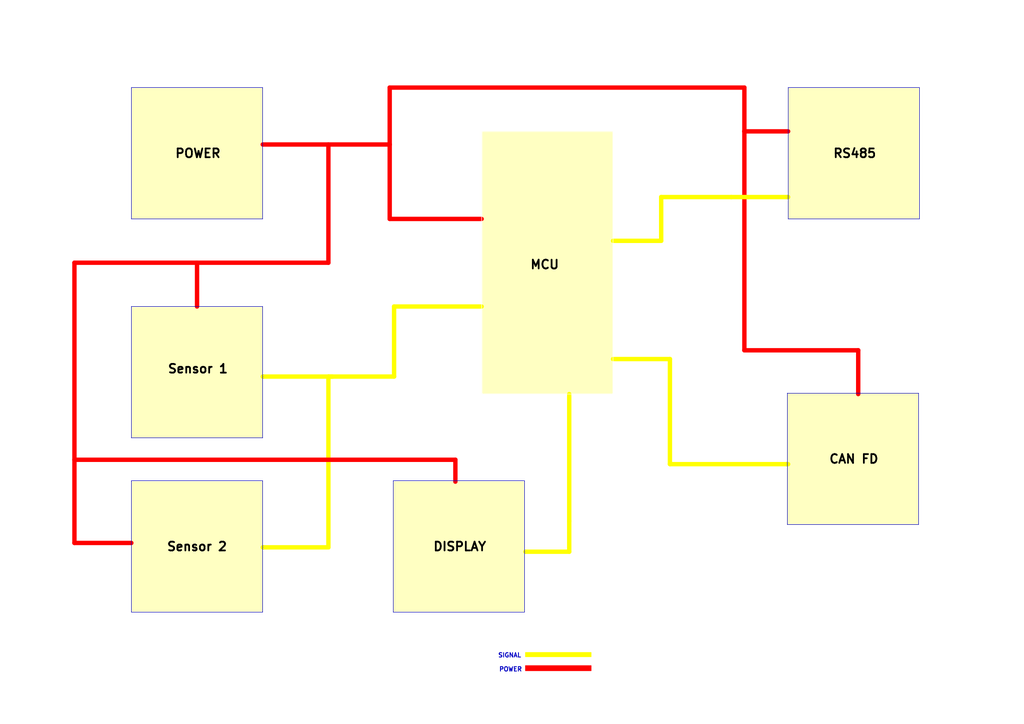
<source format=kicad_sch>
(kicad_sch
	(version 20250114)
	(generator "eeschema")
	(generator_version "9.0")
	(uuid "be320eb0-7187-475c-9c3f-6f54555ffb04")
	(paper "A4")
	(lib_symbols)
	(rectangle
		(start 152.4 193.04)
		(end 171.45 194.564)
		(stroke
			(width 0)
			(type default)
			(color 255 0 0 1)
		)
		(fill
			(type color)
			(color 255 0 0 1)
		)
		(uuid 2d62c030-21b9-46cd-8044-c6847cd4769f)
	)
	(rectangle
		(start 228.6 25.4)
		(end 266.7 63.5)
		(stroke
			(width 0)
			(type default)
		)
		(fill
			(type color)
			(color 255 255 194 1)
		)
		(uuid 3dbe3f00-4f74-4878-b97c-aaaa29be05f3)
	)
	(rectangle
		(start 139.7 38.1)
		(end 177.8 114.3)
		(stroke
			(width 0)
			(type solid)
			(color 255 255 255 1)
		)
		(fill
			(type color)
			(color 255 255 194 1)
		)
		(uuid 737e203d-3c72-424d-a408-c486453739d9)
	)
	(rectangle
		(start 114.046 139.446)
		(end 152.146 177.546)
		(stroke
			(width 0)
			(type default)
		)
		(fill
			(type color)
			(color 255 255 194 1)
		)
		(uuid 7f991955-21a6-46b2-9411-821b36428d7c)
	)
	(rectangle
		(start 38.1 25.4)
		(end 76.2 63.5)
		(stroke
			(width 0)
			(type default)
		)
		(fill
			(type color)
			(color 255 255 194 1)
		)
		(uuid 9eef58cd-0dfd-497e-9290-2920d14b6893)
	)
	(rectangle
		(start 38.1 88.9)
		(end 76.2 127)
		(stroke
			(width 0)
			(type default)
		)
		(fill
			(type color)
			(color 255 255 194 1)
		)
		(uuid a0e9d0f2-6d81-451b-9134-58885508f896)
	)
	(rectangle
		(start 152.4 189.23)
		(end 171.45 190.5)
		(stroke
			(width 0)
			(type default)
			(color 255 255 0 1)
		)
		(fill
			(type color)
			(color 255 255 0 1)
		)
		(uuid c65ca367-486c-44f5-ba0e-0498e117c4f6)
	)
	(rectangle
		(start 228.346 114.046)
		(end 266.446 152.146)
		(stroke
			(width 0)
			(type default)
		)
		(fill
			(type color)
			(color 255 255 194 1)
		)
		(uuid cda35093-998a-4180-8621-d654487745a8)
	)
	(rectangle
		(start 38.1 139.446)
		(end 76.2 177.546)
		(stroke
			(width 0)
			(type default)
		)
		(fill
			(type color)
			(color 255 255 194 1)
		)
		(uuid e8a87c4b-386e-44de-9fee-a792d3ab2c97)
	)
	(text "Sensor 2"
		(exclude_from_sim no)
		(at 57.15 158.75 0)
		(effects
			(font
				(size 2.54 2.54)
				(thickness 0.508)
				(bold yes)
				(color 0 0 0 1)
			)
		)
		(uuid "08c58cd0-a514-4ad3-9805-e16d456069d0")
	)
	(text "MCU"
		(exclude_from_sim no)
		(at 157.988 76.962 0)
		(effects
			(font
				(size 2.54 2.54)
				(thickness 0.508)
				(bold yes)
				(color 0 0 0 1)
			)
		)
		(uuid "14e5f1ca-aa46-4513-a998-40af618c3c25")
	)
	(text "Sensor 1"
		(exclude_from_sim no)
		(at 57.404 107.188 0)
		(effects
			(font
				(size 2.54 2.54)
				(thickness 0.508)
				(bold yes)
				(color 0 0 0 1)
			)
		)
		(uuid "41fbb236-31a1-454d-9294-dd944c561c54")
	)
	(text "RS485"
		(exclude_from_sim no)
		(at 247.904 44.704 0)
		(effects
			(font
				(size 2.54 2.54)
				(thickness 0.508)
				(bold yes)
				(color 0 0 0 1)
			)
		)
		(uuid "51172b5d-7086-4a55-98c7-e3be0ad1544b")
	)
	(text "SIGNAL"
		(exclude_from_sim no)
		(at 147.828 190.246 0)
		(effects
			(font
				(size 1.27 1.27)
				(thickness 0.254)
				(bold yes)
			)
		)
		(uuid "7155f169-1001-49da-ace0-d18f1339746d")
	)
	(text "CAN FD"
		(exclude_from_sim no)
		(at 247.65 133.35 0)
		(effects
			(font
				(size 2.54 2.54)
				(thickness 0.508)
				(bold yes)
				(color 0 0 0 1)
			)
		)
		(uuid "86083dd3-3f6c-4ec9-b2db-6eab026eab6b")
	)
	(text "POWER"
		(exclude_from_sim no)
		(at 57.404 44.704 0)
		(effects
			(font
				(size 2.54 2.54)
				(thickness 0.508)
				(bold yes)
				(color 0 0 0 1)
			)
		)
		(uuid "973403e3-20ea-4eda-a5bf-2cc94d175735")
	)
	(text "DISPLAY"
		(exclude_from_sim no)
		(at 133.35 158.75 0)
		(effects
			(font
				(size 2.54 2.54)
				(thickness 0.508)
				(bold yes)
				(color 0 0 0 1)
			)
		)
		(uuid "af88b5a5-5b4f-4355-adf7-e27b38e0ff24")
	)
	(text "POWER"
		(exclude_from_sim no)
		(at 148.082 194.31 0)
		(effects
			(font
				(size 1.27 1.27)
				(thickness 0.254)
				(bold yes)
			)
		)
		(uuid "cd911da5-2842-4c29-acea-7cda3f7bcbfb")
	)
	(polyline
		(pts
			(xy 248.92 101.6) (xy 248.92 114.3)
		)
		(stroke
			(width 1.27)
			(type default)
			(color 255 0 0 1)
		)
		(uuid "0d892002-5b12-46f0-a94b-e8106c05d7c8")
	)
	(polyline
		(pts
			(xy 95.25 109.22) (xy 96.52 109.22)
		)
		(stroke
			(width 1.27)
			(type default)
			(color 255 255 0 1)
		)
		(uuid "1271f270-3729-40df-89b2-5fd949af6843")
	)
	(polyline
		(pts
			(xy 177.8 69.85) (xy 191.77 69.85)
		)
		(stroke
			(width 1.27)
			(type default)
			(color 255 255 0 1)
		)
		(uuid "1e9293ff-7005-4b97-9ad3-9b5fde525864")
	)
	(polyline
		(pts
			(xy 191.77 57.15) (xy 191.77 69.85)
		)
		(stroke
			(width 1.27)
			(type default)
			(color 255 255 0 1)
		)
		(uuid "1fd23b9b-3eb4-4608-ba33-04149e611d52")
	)
	(polyline
		(pts
			(xy 212.09 57.15) (xy 228.6 57.15)
		)
		(stroke
			(width 1.27)
			(type default)
			(color 255 255 0 1)
		)
		(uuid "3029ff70-e258-4f64-b94f-e2adde48b9cf")
	)
	(polyline
		(pts
			(xy 215.9 38.1) (xy 215.9 101.6)
		)
		(stroke
			(width 1.27)
			(type default)
			(color 255 0 0 1)
		)
		(uuid "312c1c95-e59d-4afa-b961-291333c5ffda")
	)
	(polyline
		(pts
			(xy 132.08 133.35) (xy 132.08 139.7)
		)
		(stroke
			(width 1.27)
			(type default)
			(color 255 0 0 1)
		)
		(uuid "35e21db4-6348-47b6-9153-119368738362")
	)
	(polyline
		(pts
			(xy 165.1 151.13) (xy 165.1 160.02)
		)
		(stroke
			(width 1.27)
			(type default)
			(color 255 255 0 1)
		)
		(uuid "380384ae-d963-4f98-9cfe-0ffe223daf27")
	)
	(polyline
		(pts
			(xy 113.03 41.91) (xy 113.03 63.5)
		)
		(stroke
			(width 1.27)
			(type default)
			(color 255 0 0 1)
		)
		(uuid "3ee1eec6-46a2-4d64-abf3-3e2b1ac69e40")
	)
	(polyline
		(pts
			(xy 194.31 134.62) (xy 194.31 104.14)
		)
		(stroke
			(width 1.27)
			(type default)
			(color 255 255 0 1)
		)
		(uuid "442dc432-9c8c-4eba-b11f-0ff18dbada69")
	)
	(polyline
		(pts
			(xy 95.25 158.75) (xy 95.25 109.22)
		)
		(stroke
			(width 1.27)
			(type default)
			(color 255 255 0 1)
		)
		(uuid "4b56b4fc-bcb8-488f-954d-98791ed240ff")
	)
	(polyline
		(pts
			(xy 76.2 41.91) (xy 113.03 41.91)
		)
		(stroke
			(width 1.27)
			(type default)
			(color 255 0 0 1)
		)
		(uuid "4d7a5489-b9ae-4627-b286-831b35ccae9c")
	)
	(polyline
		(pts
			(xy 95.25 41.91) (xy 95.25 76.2)
		)
		(stroke
			(width 1.27)
			(type default)
			(color 255 0 0 1)
		)
		(uuid "523543cf-37cf-47bb-9fba-70cc0c6e72e3")
	)
	(polyline
		(pts
			(xy 21.59 133.35) (xy 132.08 133.35)
		)
		(stroke
			(width 1.27)
			(type default)
			(color 255 0 0 1)
		)
		(uuid "523994e4-079a-46d9-943d-df5bccbb26e0")
	)
	(polyline
		(pts
			(xy 76.2 109.22) (xy 95.25 109.22)
		)
		(stroke
			(width 1.27)
			(type default)
			(color 255 255 0 1)
		)
		(uuid "54acd1c4-8fcf-4c17-a092-8a1079a986fe")
	)
	(polyline
		(pts
			(xy 212.09 57.15) (xy 191.77 57.15)
		)
		(stroke
			(width 1.27)
			(type default)
			(color 255 255 0 1)
		)
		(uuid "6fa5a37c-913f-435b-8cc4-35feb40b4a3d")
	)
	(polyline
		(pts
			(xy 152.4 160.02) (xy 165.1 160.02)
		)
		(stroke
			(width 1.27)
			(type default)
			(color 255 255 0 1)
		)
		(uuid "6facd768-3b92-451c-b8cb-072dfd76a27b")
	)
	(polyline
		(pts
			(xy 21.59 76.2) (xy 21.59 157.48)
		)
		(stroke
			(width 1.27)
			(type default)
			(color 255 0 0 1)
		)
		(uuid "71174c09-29fe-4e90-82b9-804761ad9e5e")
	)
	(polyline
		(pts
			(xy 114.3 88.9) (xy 139.7 88.9)
		)
		(stroke
			(width 1.27)
			(type default)
			(color 255 255 0 1)
		)
		(uuid "771c8fce-9035-4b48-b9a0-7e0dc5d06674")
	)
	(polyline
		(pts
			(xy 95.25 76.2) (xy 57.15 76.2)
		)
		(stroke
			(width 1.27)
			(type default)
			(color 255 0 0 1)
		)
		(uuid "7d7cfcad-fd31-408d-8284-569742685384")
	)
	(polyline
		(pts
			(xy 57.15 76.2) (xy 21.59 76.2)
		)
		(stroke
			(width 1.27)
			(type default)
			(color 255 0 0 1)
		)
		(uuid "87b6ee6f-0e1d-4448-945b-7121ffb829d3")
	)
	(polyline
		(pts
			(xy 165.1 114.3) (xy 165.1 151.13)
		)
		(stroke
			(width 1.27)
			(type default)
			(color 255 255 0 1)
		)
		(uuid "8a2880b6-7b8d-48d1-800d-789128bce9c7")
	)
	(polyline
		(pts
			(xy 113.03 63.5) (xy 139.7 63.5)
		)
		(stroke
			(width 1.27)
			(type default)
			(color 255 0 0 1)
		)
		(uuid "8f736c99-90a4-44d2-8241-48ce9c3b6a77")
	)
	(polyline
		(pts
			(xy 177.8 104.14) (xy 194.31 104.14)
		)
		(stroke
			(width 1.27)
			(type default)
			(color 255 255 0 1)
		)
		(uuid "98972803-fca3-4e66-b566-d8344e5bce7f")
	)
	(polyline
		(pts
			(xy 114.3 109.22) (xy 114.3 88.9)
		)
		(stroke
			(width 1.27)
			(type default)
			(color 255 255 0 1)
		)
		(uuid "acca4049-115a-4715-aea5-22d3427a89de")
	)
	(polyline
		(pts
			(xy 113.03 25.4) (xy 215.9 25.4)
		)
		(stroke
			(width 1.27)
			(type default)
			(color 255 0 0 1)
		)
		(uuid "b238f77a-8c17-436d-b3ac-e16075edf09e")
	)
	(polyline
		(pts
			(xy 215.9 101.6) (xy 248.92 101.6)
		)
		(stroke
			(width 1.27)
			(type default)
			(color 255 0 0 1)
		)
		(uuid "b4883914-765a-41d2-b9ea-501f5a74239a")
	)
	(polyline
		(pts
			(xy 194.31 134.62) (xy 228.6 134.62)
		)
		(stroke
			(width 1.27)
			(type default)
			(color 255 255 0 1)
		)
		(uuid "cd9d661a-51df-45e6-8343-f2688796f1de")
	)
	(polyline
		(pts
			(xy 215.9 38.1) (xy 228.6 38.1)
		)
		(stroke
			(width 1.27)
			(type default)
			(color 255 0 0 1)
		)
		(uuid "dd6ae995-441a-468e-9222-9ad70f2d6d41")
	)
	(polyline
		(pts
			(xy 215.9 25.4) (xy 215.9 38.1)
		)
		(stroke
			(width 1.27)
			(type default)
			(color 255 0 0 1)
		)
		(uuid "e7ebae6c-f289-4412-9d4e-82b3bd9571b2")
	)
	(polyline
		(pts
			(xy 76.2 158.75) (xy 95.25 158.75)
		)
		(stroke
			(width 1.27)
			(type default)
			(color 255 255 0 1)
		)
		(uuid "ed4d7c89-5434-479c-8009-f5253d575c0b")
	)
	(polyline
		(pts
			(xy 113.03 41.91) (xy 113.03 25.4)
		)
		(stroke
			(width 1.27)
			(type default)
			(color 255 0 0 1)
		)
		(uuid "ee096ddb-006a-4caa-9bbd-3cde301ac1c5")
	)
	(polyline
		(pts
			(xy 21.59 157.48) (xy 38.1 157.48)
		)
		(stroke
			(width 1.27)
			(type default)
			(color 255 0 0 1)
		)
		(uuid "f105d57b-942d-4d2b-acf6-e6067c036b69")
	)
	(polyline
		(pts
			(xy 95.25 109.22) (xy 114.3 109.22)
		)
		(stroke
			(width 1.27)
			(type default)
			(color 255 255 0 1)
		)
		(uuid "f4bdfd85-aab9-4b26-b70f-f26ac9ef0d8b")
	)
	(polyline
		(pts
			(xy 57.15 76.2) (xy 57.15 88.9)
		)
		(stroke
			(width 1.27)
			(type default)
			(color 255 0 0 1)
		)
		(uuid "f9901c2e-4f4a-407d-aa0e-19d7740e61d0")
	)
)

</source>
